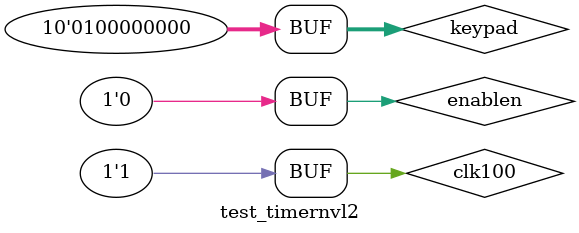
<source format=v>
`timescale 1ns/1ps

module test_timernvl2;

    reg [9:0] keypad;
    reg enablen;
    reg clk100;
    wire [3:0] D;
    wire loadn;
    wire pgt_1Hz;

    timer_controle dut(keypad, enablen, clk100, D, loadn, pgt_1Hz);

    initial begin
        $dumpfile("entrada_time_nivel2_teste.vcd");
        $dumpvars(0, test_timernvl2);

            #1 keypad = 10'b1000000000;
            clk100 = 1;
            enablen = 0;
            repeat(201)
                #1 clk100 = ~clk100;
            
            #1 keypad = 10'b0100000000;
            clk100 = 1;
            repeat(201)
                #1 clk100 = ~clk100;

            #1 keypad = 10'b100000000;
            clk100 = 1;
            enablen = 1;
            repeat(201)
                #1 clk100 = ~clk100;

            enablen = 0;
            repeat(201)
                #1 clk100 = ~clk100;
            
    end
endmodule
</source>
